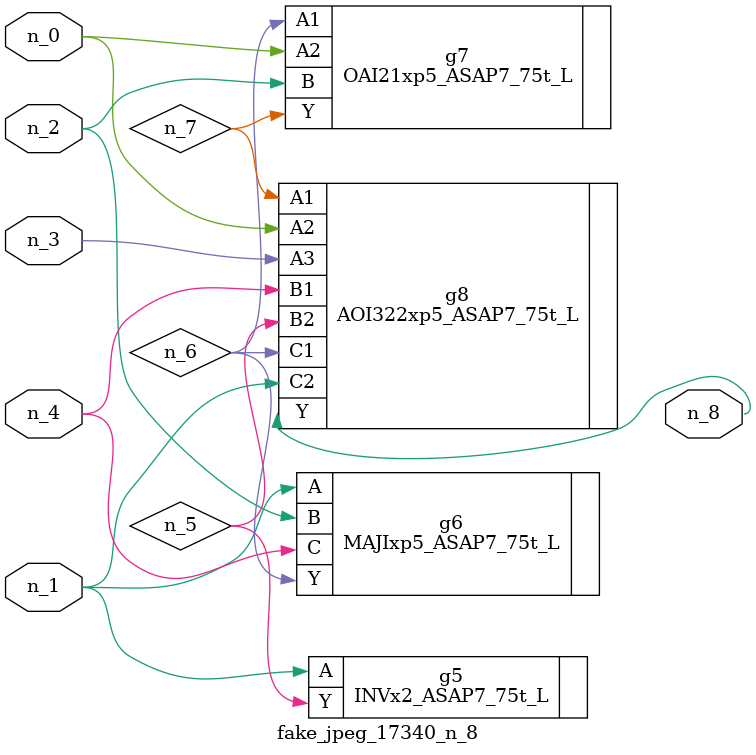
<source format=v>
module fake_jpeg_17340_n_8 (n_3, n_2, n_1, n_0, n_4, n_8);

input n_3;
input n_2;
input n_1;
input n_0;
input n_4;

output n_8;

wire n_6;
wire n_5;
wire n_7;

INVx2_ASAP7_75t_L g5 ( 
.A(n_1),
.Y(n_5)
);

MAJIxp5_ASAP7_75t_L g6 ( 
.A(n_1),
.B(n_2),
.C(n_4),
.Y(n_6)
);

OAI21xp5_ASAP7_75t_L g7 ( 
.A1(n_6),
.A2(n_0),
.B(n_2),
.Y(n_7)
);

AOI322xp5_ASAP7_75t_L g8 ( 
.A1(n_7),
.A2(n_0),
.A3(n_3),
.B1(n_4),
.B2(n_5),
.C1(n_6),
.C2(n_1),
.Y(n_8)
);


endmodule
</source>
